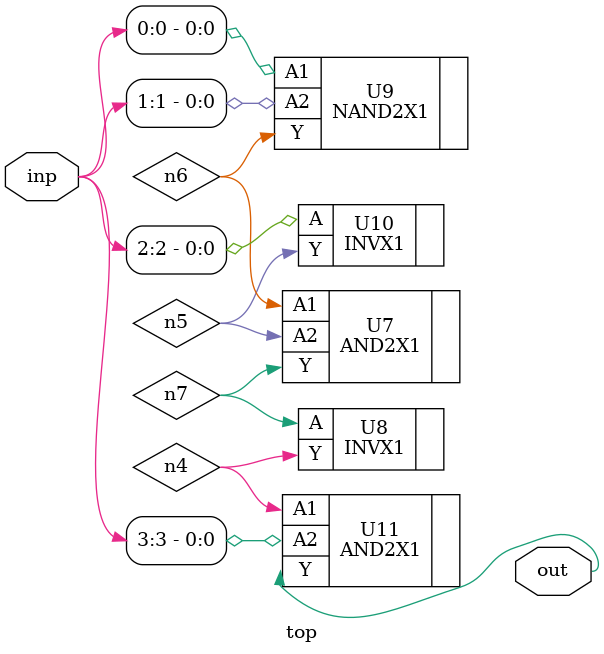
<source format=sv>


module top ( inp, out );
  input [3:0] inp;
  output out;
  wire   n4, n5, n6, n7;

  AND2X1 U7 ( .A1(n6), .A2(n5), .Y(n7) );
  INVX1 U8 ( .A(n7), .Y(n4) );
  NAND2X1 U9 ( .A1(inp[0]), .A2(inp[1]), .Y(n6) );
  INVX1 U10 ( .A(inp[2]), .Y(n5) );
  AND2X1 U11 ( .A1(n4), .A2(inp[3]), .Y(out) );
endmodule


</source>
